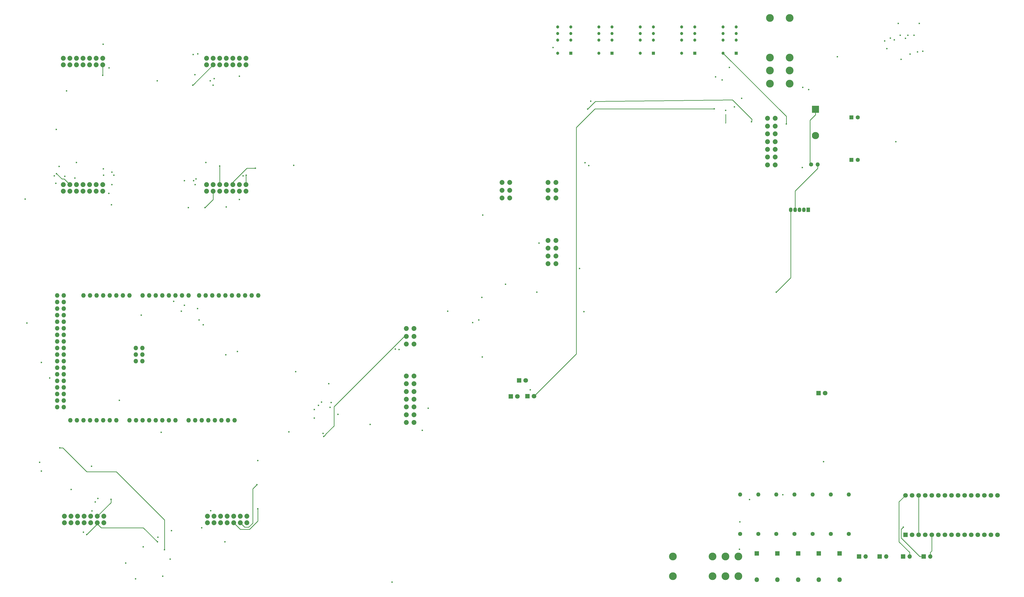
<source format=gbr>
G04 #@! TF.FileFunction,Copper,L4,Bot,Signal*
%FSLAX46Y46*%
G04 Gerber Fmt 4.6, Leading zero omitted, Abs format (unit mm)*
G04 Created by KiCad (PCBNEW 4.0.6) date 03/09/20 07:32:34*
%MOMM*%
%LPD*%
G01*
G04 APERTURE LIST*
%ADD10C,0.100000*%
%ADD11C,1.879600*%
%ADD12R,1.600000X1.600000*%
%ADD13C,1.600000*%
%ADD14R,1.800000X1.800000*%
%ADD15C,1.800000*%
%ADD16O,1.800000X1.800000*%
%ADD17R,2.800000X2.800000*%
%ADD18O,2.800000X2.800000*%
%ADD19R,1.200000X1.200000*%
%ADD20C,1.200000*%
%ADD21R,1.700000X1.700000*%
%ADD22O,1.700000X1.700000*%
%ADD23C,3.000000*%
%ADD24R,1.350000X1.800000*%
%ADD25O,1.350000X1.800000*%
%ADD26O,1.600000X1.600000*%
%ADD27O,1.727200X1.727200*%
%ADD28C,0.600000*%
%ADD29C,0.250000*%
G04 APERTURE END LIST*
D10*
D11*
X133400000Y-102400000D03*
X133400000Y-104940000D03*
X135940000Y-102400000D03*
X135940000Y-104940000D03*
X138480000Y-102400000D03*
X138480000Y-104940000D03*
X141020000Y-102400000D03*
X141020000Y-104940000D03*
X143560000Y-102400000D03*
X143560000Y-104940000D03*
X146100000Y-102400000D03*
X146100000Y-104940000D03*
X148640000Y-102400000D03*
X148640000Y-104940000D03*
X188800000Y-102400000D03*
X188800000Y-104940000D03*
X191340000Y-102400000D03*
X191340000Y-104940000D03*
X193880000Y-102400000D03*
X193880000Y-104940000D03*
X196420000Y-102400000D03*
X196420000Y-104940000D03*
X198960000Y-102400000D03*
X198960000Y-104940000D03*
X201500000Y-102400000D03*
X201500000Y-104940000D03*
X204040000Y-102400000D03*
X204040000Y-104940000D03*
X188800000Y-151200000D03*
X188800000Y-153740000D03*
X191340000Y-151200000D03*
X191340000Y-153740000D03*
X193880000Y-151200000D03*
X193880000Y-153740000D03*
X196420000Y-151200000D03*
X196420000Y-153740000D03*
X198960000Y-151200000D03*
X198960000Y-153740000D03*
X201500000Y-151200000D03*
X201500000Y-153740000D03*
X204040000Y-151200000D03*
X204040000Y-153740000D03*
X133400000Y-151200000D03*
X133400000Y-153740000D03*
X135940000Y-151200000D03*
X135940000Y-153740000D03*
X138480000Y-151200000D03*
X138480000Y-153740000D03*
X141020000Y-151200000D03*
X141020000Y-153740000D03*
X143560000Y-151200000D03*
X143560000Y-153740000D03*
X146100000Y-151200000D03*
X146100000Y-153740000D03*
X148640000Y-151200000D03*
X148640000Y-153740000D03*
X149100000Y-282000000D03*
X149100000Y-279460000D03*
X146560000Y-282000000D03*
X146560000Y-279460000D03*
X144020000Y-282000000D03*
X144020000Y-279460000D03*
X141480000Y-282000000D03*
X141480000Y-279460000D03*
X138940000Y-282000000D03*
X138940000Y-279460000D03*
X136400000Y-282000000D03*
X136400000Y-279460000D03*
X133860000Y-282000000D03*
X133860000Y-279460000D03*
X204343000Y-282000000D03*
X204343000Y-279460000D03*
X201803000Y-282000000D03*
X201803000Y-279460000D03*
X199263000Y-282000000D03*
X199263000Y-279460000D03*
X196723000Y-282000000D03*
X196723000Y-279460000D03*
X194183000Y-282000000D03*
X194183000Y-279460000D03*
X191643000Y-282000000D03*
X191643000Y-279460000D03*
X189103000Y-282000000D03*
X189103000Y-279460000D03*
D12*
X438000000Y-141707000D03*
D13*
X440500000Y-141707000D03*
D12*
X438000000Y-125273000D03*
D13*
X440500000Y-125273000D03*
D14*
X312852000Y-232995000D03*
D15*
X315392000Y-232995000D03*
D14*
X401444000Y-293832000D03*
D16*
X401444000Y-303992000D03*
D14*
X409444000Y-293832000D03*
D16*
X409444000Y-303992000D03*
D14*
X417444000Y-293832000D03*
D16*
X417444000Y-303992000D03*
D14*
X425444000Y-293832000D03*
D16*
X425444000Y-303992000D03*
D14*
X425298000Y-231800000D03*
D15*
X427838000Y-231800000D03*
D17*
X424155000Y-122072000D03*
D18*
X424155000Y-132232000D03*
D14*
X433444000Y-293832000D03*
D16*
X433444000Y-303992000D03*
D14*
X309601000Y-226924000D03*
D15*
X312141000Y-226924000D03*
D14*
X306350000Y-233071000D03*
D15*
X308890000Y-233071000D03*
D19*
X393540000Y-100450000D03*
D20*
X388460000Y-100450000D03*
X393540000Y-95370000D03*
X388460000Y-90290000D03*
X393540000Y-92830000D03*
X393540000Y-90290000D03*
X388460000Y-95370000D03*
X388460000Y-92830000D03*
D19*
X361540000Y-100450000D03*
D20*
X356460000Y-100450000D03*
X361540000Y-95370000D03*
X356460000Y-90290000D03*
X361540000Y-92830000D03*
X361540000Y-90290000D03*
X356460000Y-95370000D03*
X356460000Y-92830000D03*
D19*
X345540000Y-100450000D03*
D20*
X340460000Y-100450000D03*
X345540000Y-95370000D03*
X340460000Y-90290000D03*
X345540000Y-92830000D03*
X345540000Y-90290000D03*
X340460000Y-95370000D03*
X340460000Y-92830000D03*
D19*
X329540000Y-100450000D03*
D20*
X324460000Y-100450000D03*
X329540000Y-95370000D03*
X324460000Y-90290000D03*
X329540000Y-92830000D03*
X329540000Y-90290000D03*
X324460000Y-95370000D03*
X324460000Y-92830000D03*
D19*
X377540000Y-100450000D03*
D20*
X372460000Y-100450000D03*
X377540000Y-95370000D03*
X372460000Y-90290000D03*
X377540000Y-92830000D03*
X377540000Y-90290000D03*
X372460000Y-95370000D03*
X372460000Y-92830000D03*
D21*
X466000000Y-295000000D03*
D22*
X468540000Y-295000000D03*
D14*
X458927000Y-286588000D03*
D15*
X461467000Y-286588000D03*
X464007000Y-286588000D03*
X466547000Y-286588000D03*
X469087000Y-286588000D03*
X471627000Y-286588000D03*
X474167000Y-286588000D03*
X476707000Y-286588000D03*
X479247000Y-286588000D03*
X481787000Y-286588000D03*
X484327000Y-286588000D03*
X486867000Y-286588000D03*
X489407000Y-286588000D03*
X491947000Y-286588000D03*
X494487000Y-286588000D03*
X494487000Y-271348000D03*
X491947000Y-271348000D03*
X489407000Y-271348000D03*
X486867000Y-271348000D03*
X484327000Y-271348000D03*
X481787000Y-271348000D03*
X479247000Y-271348000D03*
X476707000Y-271348000D03*
X474167000Y-271348000D03*
X471627000Y-271348000D03*
X469087000Y-271348000D03*
X466547000Y-271348000D03*
X464007000Y-271348000D03*
X461467000Y-271348000D03*
X458927000Y-271348000D03*
D23*
X414198000Y-86842600D03*
X406578000Y-86842600D03*
X414198000Y-107162600D03*
X406578000Y-112162600D03*
X406578000Y-102162600D03*
X414198000Y-102162600D03*
X406578000Y-107162600D03*
X414198000Y-112162600D03*
D24*
X421361000Y-160934000D03*
D25*
X419661000Y-160934000D03*
X417961000Y-160934000D03*
X416261000Y-160934000D03*
X414561000Y-160934000D03*
D21*
X449000000Y-295000000D03*
D22*
X451540000Y-295000000D03*
D13*
X422453000Y-143408000D03*
D26*
X424993000Y-143408000D03*
D21*
X458000000Y-295000000D03*
D22*
X460540000Y-295000000D03*
D13*
X395039000Y-286236000D03*
D26*
X395039000Y-270996000D03*
D13*
X402039000Y-286236000D03*
D26*
X402039000Y-270996000D03*
D13*
X409039000Y-286236000D03*
D26*
X409039000Y-270996000D03*
D13*
X416039000Y-286236000D03*
D26*
X416039000Y-270996000D03*
D13*
X423039000Y-286236000D03*
D26*
X423039000Y-270996000D03*
D23*
X369000000Y-295000000D03*
X369000000Y-302620000D03*
X389320000Y-295000000D03*
X394320000Y-302620000D03*
X384320000Y-302620000D03*
X384320000Y-295000000D03*
X389320000Y-302620000D03*
X394320000Y-295000000D03*
D13*
X437039000Y-286236000D03*
D26*
X437039000Y-270996000D03*
D13*
X430039000Y-286236000D03*
D26*
X430039000Y-270996000D03*
D27*
X163932000Y-219456000D03*
X161392000Y-219456000D03*
X161392000Y-216916000D03*
X163932000Y-216916000D03*
X161392000Y-214376000D03*
X176759000Y-242316000D03*
X181839000Y-242316000D03*
X184379000Y-242316000D03*
X186919000Y-242316000D03*
X189459000Y-242316000D03*
X191999000Y-242316000D03*
X194539000Y-242316000D03*
X197079000Y-242316000D03*
X141199000Y-194056000D03*
X143739000Y-194056000D03*
X146279000Y-194056000D03*
X148819000Y-194056000D03*
X151359000Y-194056000D03*
X153899000Y-194056000D03*
X156439000Y-194056000D03*
X158979000Y-194056000D03*
X164059000Y-194056000D03*
X166599000Y-194056000D03*
X169139000Y-194056000D03*
X171679000Y-194056000D03*
X174219000Y-194056000D03*
X176759000Y-194056000D03*
X179299000Y-194056000D03*
X181839000Y-194056000D03*
X201143000Y-194056000D03*
X185903000Y-194056000D03*
X188443000Y-194056000D03*
X190983000Y-194056000D03*
X208763000Y-194056000D03*
X206223000Y-194056000D03*
X203683000Y-194056000D03*
X198603000Y-194056000D03*
X196063000Y-194056000D03*
X193523000Y-194056000D03*
X199619000Y-242316000D03*
X174219000Y-242316000D03*
X171679000Y-242316000D03*
X169139000Y-242316000D03*
X166599000Y-242316000D03*
X164059000Y-242316000D03*
X161519000Y-242316000D03*
X158979000Y-242316000D03*
X153899000Y-242316000D03*
X151359000Y-242316000D03*
X148819000Y-242316000D03*
X146279000Y-242316000D03*
X143739000Y-242316000D03*
X141199000Y-242316000D03*
X138659000Y-242316000D03*
X136119000Y-242316000D03*
X133579000Y-194056000D03*
X131039000Y-194056000D03*
X133579000Y-196596000D03*
X131039000Y-196596000D03*
X133579000Y-199136000D03*
X131039000Y-199136000D03*
X133579000Y-201676000D03*
X131039000Y-201676000D03*
X133579000Y-204216000D03*
X131039000Y-204216000D03*
X133579000Y-206756000D03*
X131039000Y-206756000D03*
X133579000Y-209296000D03*
X131039000Y-209296000D03*
X133579000Y-211836000D03*
X131039000Y-211836000D03*
X133579000Y-214376000D03*
X131039000Y-214376000D03*
X133579000Y-216916000D03*
X131039000Y-216916000D03*
X133579000Y-219456000D03*
X131039000Y-219456000D03*
X133579000Y-221996000D03*
X131039000Y-221996000D03*
X133579000Y-224536000D03*
X131039000Y-224536000D03*
X133579000Y-227076000D03*
X131039000Y-227076000D03*
X133579000Y-229616000D03*
X131039000Y-229616000D03*
X133579000Y-232156000D03*
X131039000Y-232156000D03*
X133579000Y-234696000D03*
X131039000Y-234696000D03*
X133579000Y-237236000D03*
X131039000Y-237236000D03*
X163932000Y-214376000D03*
D11*
X269000000Y-243200000D03*
X266002800Y-243200000D03*
X269000000Y-240202800D03*
X266002800Y-240202800D03*
X269000000Y-237205600D03*
X266002800Y-237205600D03*
X269000000Y-234208400D03*
X266002800Y-234208400D03*
X269000000Y-231211200D03*
X266002800Y-231211200D03*
X269000000Y-228214000D03*
X266002800Y-228214000D03*
X269000000Y-225216800D03*
X266002800Y-225216800D03*
X408600000Y-143600000D03*
X405602800Y-143600000D03*
X408600000Y-140602800D03*
X405602800Y-140602800D03*
X408600000Y-137605600D03*
X405602800Y-137605600D03*
X408600000Y-134608400D03*
X405602800Y-134608400D03*
X408600000Y-131611200D03*
X405602800Y-131611200D03*
X408600000Y-128614000D03*
X405602800Y-128614000D03*
X408600000Y-125616800D03*
X405602800Y-125616800D03*
X323800000Y-181800000D03*
X320802800Y-181800000D03*
X323800000Y-178802800D03*
X320802800Y-178802800D03*
X323800000Y-175805600D03*
X320802800Y-175805600D03*
X323800000Y-172808400D03*
X320802800Y-172808400D03*
X323800000Y-156400000D03*
X320802800Y-156400000D03*
X323800000Y-153402800D03*
X320802800Y-153402800D03*
X323800000Y-150405600D03*
X320802800Y-150405600D03*
X306000000Y-156400000D03*
X303002800Y-156400000D03*
X306000000Y-153402800D03*
X303002800Y-153402800D03*
X306000000Y-150405600D03*
X303002800Y-150405600D03*
X268986000Y-212877000D03*
X265988800Y-212877000D03*
X268986000Y-209879800D03*
X265988800Y-209879800D03*
X268986000Y-206882600D03*
X265988800Y-206882600D03*
D21*
X441000000Y-295000000D03*
D22*
X443540000Y-295000000D03*
D28*
X421554600Y-114519200D03*
X458107200Y-283638800D03*
X385038600Y-121958100D03*
X394904800Y-281656500D03*
X388090900Y-110775700D03*
X184306100Y-108756400D03*
X128191300Y-225985400D03*
X132054600Y-253022100D03*
X394779600Y-292206700D03*
X398627600Y-272948400D03*
X389445500Y-122516900D03*
X385546600Y-109550200D03*
X172564100Y-292375400D03*
X395588000Y-117846900D03*
X124933400Y-220001600D03*
X130704100Y-129919200D03*
X427288900Y-258312000D03*
X390904600Y-105921000D03*
X334695000Y-200344200D03*
X411497200Y-271120300D03*
X392803200Y-121155200D03*
X337288300Y-118996200D03*
X399434600Y-126926500D03*
X313905000Y-230607000D03*
X336130900Y-122021600D03*
X130532000Y-150692300D03*
X164312200Y-291310400D03*
X239585600Y-240084900D03*
X230463100Y-238147300D03*
X184377300Y-151200000D03*
X137882900Y-148664400D03*
X146781000Y-272576300D03*
X191706100Y-110256700D03*
X124933400Y-261977100D03*
X118665400Y-156853500D03*
X134685600Y-114955700D03*
X169824400Y-289344100D03*
X195871500Y-289347600D03*
X184740100Y-149035600D03*
X130814600Y-146998900D03*
X142447800Y-286560600D03*
X230417300Y-241477800D03*
X208264800Y-267194800D03*
X151823500Y-272865100D03*
X183455800Y-112773700D03*
X191287200Y-112773700D03*
X188225800Y-160146600D03*
X181733500Y-160146600D03*
X170014900Y-287541300D03*
X157568900Y-297497500D03*
X131834200Y-144243000D03*
X193880000Y-144072000D03*
X185376200Y-100647400D03*
X222516100Y-143794700D03*
X274454500Y-237656400D03*
X208617200Y-276526300D03*
X145735200Y-273890400D03*
X129899000Y-147875400D03*
X133963900Y-147987000D03*
X138480000Y-142708700D03*
X188483800Y-142708700D03*
X236536500Y-237358900D03*
X232027900Y-236550000D03*
X161366200Y-303631600D03*
X183618800Y-100902600D03*
X233831000Y-247396200D03*
X220653800Y-246820000D03*
X183754400Y-149747600D03*
X180255900Y-149718200D03*
X190368400Y-277272700D03*
X196420000Y-159846200D03*
X190247300Y-111112700D03*
X236992600Y-235500100D03*
X233253400Y-235336600D03*
X152013300Y-158995900D03*
X169769500Y-111112700D03*
X141185900Y-285572200D03*
X263164700Y-214975300D03*
X196246500Y-217005000D03*
X148832500Y-96999500D03*
X207677900Y-144882700D03*
X175209200Y-284988000D03*
X148922700Y-145146800D03*
X151005200Y-154654500D03*
X151067500Y-106134000D03*
X200681000Y-215709400D03*
X261746500Y-214791200D03*
X148949900Y-147610900D03*
X152988800Y-147610900D03*
X201500000Y-156953900D03*
X202914900Y-147851800D03*
X201500000Y-109289300D03*
X236037500Y-228214000D03*
X204134800Y-147582000D03*
X186935700Y-283910000D03*
X223209100Y-223548600D03*
X152218200Y-151200000D03*
X152218200Y-146443000D03*
X144469800Y-277414300D03*
X148640000Y-108970900D03*
X450923500Y-95666700D03*
X451760400Y-98662000D03*
X453126600Y-94626000D03*
X454639900Y-95277100D03*
X456905500Y-93475300D03*
X419111700Y-144633400D03*
X457269800Y-102839300D03*
X459867400Y-93472700D03*
X455207300Y-134608400D03*
X458971500Y-94650700D03*
X456173300Y-88882900D03*
X432579400Y-101801000D03*
X460692200Y-100750000D03*
X462247700Y-93470600D03*
X419202200Y-113644700D03*
X463605900Y-99921500D03*
X464253600Y-88884200D03*
X465634000Y-99711100D03*
X294047300Y-203516800D03*
X185903900Y-203576700D03*
X252027300Y-243941800D03*
X295198000Y-194803400D03*
X163550500Y-201689700D03*
X272186000Y-246250200D03*
X304364500Y-189773200D03*
X176045600Y-196381400D03*
X282015700Y-200161400D03*
X179061400Y-200161400D03*
X291610000Y-204549500D03*
X295559500Y-163006900D03*
X295391500Y-217855400D03*
X316478600Y-192765900D03*
X180225300Y-197920600D03*
X336537300Y-143840200D03*
X335049900Y-142753600D03*
X332938400Y-183679600D03*
X322744000Y-98274400D03*
X317342600Y-173829700D03*
X185328000Y-199136000D03*
X208588100Y-257932400D03*
X119347100Y-204736700D03*
X124267500Y-258605300D03*
X144354550Y-260153150D03*
X136449300Y-269070100D03*
X412856800Y-127743700D03*
X409038300Y-192777100D03*
X187520700Y-205396900D03*
X234054900Y-248624900D03*
X260495600Y-304864700D03*
X174759000Y-295981900D03*
X155100600Y-234597400D03*
X171886400Y-302620000D03*
X171236600Y-246953600D03*
D29*
X389432800Y-127469900D02*
X389432800Y-124079000D01*
X389394700Y-127431800D02*
X389394700Y-127393700D01*
X389432800Y-127469900D02*
X389394700Y-127431800D01*
X389432800Y-124079000D02*
X389470900Y-124040900D01*
X460540000Y-295000000D02*
X460540000Y-293424700D01*
X456406500Y-289291200D02*
X460540000Y-293424700D01*
X456406500Y-273868500D02*
X456406500Y-289291200D01*
X458927000Y-271348000D02*
X456406500Y-273868500D01*
X416261000Y-153665300D02*
X424993000Y-144933300D01*
X416261000Y-160934000D02*
X416261000Y-153665300D01*
X424993000Y-143408000D02*
X424993000Y-144933300D01*
X466000000Y-295000000D02*
X464424700Y-295000000D01*
X457256800Y-284489200D02*
X458107200Y-283638800D01*
X457256800Y-287832100D02*
X457256800Y-284489200D01*
X464424700Y-295000000D02*
X457256800Y-287832100D01*
X385038600Y-121958100D02*
X338912200Y-121958100D01*
X331698600Y-216688400D02*
X315392000Y-232995000D01*
X331698600Y-129171700D02*
X331698600Y-216688400D01*
X338912200Y-121958100D02*
X331698600Y-129171700D01*
X172564100Y-280895100D02*
X153924000Y-262255000D01*
X153924000Y-262255000D02*
X142506700Y-262255000D01*
X142506700Y-262255000D02*
X133273800Y-253022100D01*
X133273800Y-253022100D02*
X132054600Y-253022100D01*
X172564100Y-280895100D02*
X172564100Y-292375400D01*
X389432800Y-122504200D02*
X389420100Y-122504200D01*
X389445500Y-122516900D02*
X389432800Y-122504200D01*
X422029700Y-126322600D02*
X424155000Y-124197300D01*
X422029700Y-142984700D02*
X422029700Y-126322600D01*
X422453000Y-143408000D02*
X422029700Y-142984700D01*
X424155000Y-122072000D02*
X424155000Y-124197300D01*
X399434600Y-126926500D02*
X399574300Y-125978200D01*
X339051900Y-119100600D02*
X336130900Y-122021600D01*
X392087100Y-118491000D02*
X339051900Y-119100600D01*
X399574300Y-125978200D02*
X392087100Y-118491000D01*
X148082000Y-283870400D02*
X164350700Y-283870400D01*
X164350700Y-283870400D02*
X169824400Y-289344100D01*
X148082000Y-283870400D02*
X146560000Y-282348400D01*
X146560000Y-282000000D02*
X146560000Y-282348400D01*
X132857700Y-149042000D02*
X130814600Y-146998900D01*
X133782000Y-149042000D02*
X132857700Y-149042000D01*
X135940000Y-151200000D02*
X133782000Y-149042000D01*
X146560000Y-282448400D02*
X146560000Y-282000000D01*
X142447800Y-286560600D02*
X146560000Y-282448400D01*
X203493000Y-283690000D02*
X201803000Y-282000000D01*
X205037300Y-283690000D02*
X203493000Y-283690000D01*
X206640100Y-282087200D02*
X205037300Y-283690000D01*
X206640100Y-268819500D02*
X206640100Y-282087200D01*
X208264800Y-267194800D02*
X206640100Y-268819500D01*
X151823500Y-274196500D02*
X151823500Y-272865100D01*
X146560000Y-279460000D02*
X151823500Y-274196500D01*
X191340000Y-157032400D02*
X188225800Y-160146600D01*
X191340000Y-153740000D02*
X191340000Y-157032400D01*
X183506300Y-112773700D02*
X183455800Y-112773700D01*
X191340000Y-104940000D02*
X183506300Y-112773700D01*
X157645100Y-297459400D02*
X157607000Y-297459400D01*
X157568900Y-297497500D02*
X157607000Y-297459400D01*
X193880000Y-151200000D02*
X193880000Y-144072000D01*
X208617200Y-281312700D02*
X208617200Y-276526300D01*
X205389600Y-284540300D02*
X208617200Y-281312700D01*
X201803300Y-284540300D02*
X205389600Y-284540300D01*
X199263000Y-282000000D02*
X201803300Y-284540300D01*
X198960100Y-151200000D02*
X198960000Y-151200000D01*
X198960100Y-150311500D02*
X198960100Y-151200000D01*
X204388900Y-144882700D02*
X198960100Y-150311500D01*
X207677900Y-144882700D02*
X204388900Y-144882700D01*
X204040000Y-147676800D02*
X204134800Y-147582000D01*
X204040000Y-151200000D02*
X204040000Y-147676800D01*
X148640000Y-104940000D02*
X148640000Y-108970900D01*
X469087000Y-292877700D02*
X468540000Y-293424700D01*
X469087000Y-286588000D02*
X469087000Y-292877700D01*
X468540000Y-295000000D02*
X468540000Y-293424700D01*
X464007000Y-271348000D02*
X464007000Y-286588000D01*
X412856800Y-124846800D02*
X412856800Y-127743700D01*
X388460000Y-100450000D02*
X412856800Y-124846800D01*
X414561000Y-187254400D02*
X409038300Y-192777100D01*
X414561000Y-160934000D02*
X414561000Y-187254400D01*
X234856300Y-247823500D02*
X234054900Y-248624900D01*
X234856300Y-247703700D02*
X234856300Y-247823500D01*
X238023900Y-244536100D02*
X234856300Y-247703700D01*
X238023900Y-237051400D02*
X238023900Y-244536100D01*
X265195500Y-209879800D02*
X238023900Y-237051400D01*
X265988800Y-209879800D02*
X265195500Y-209879800D01*
M02*

</source>
